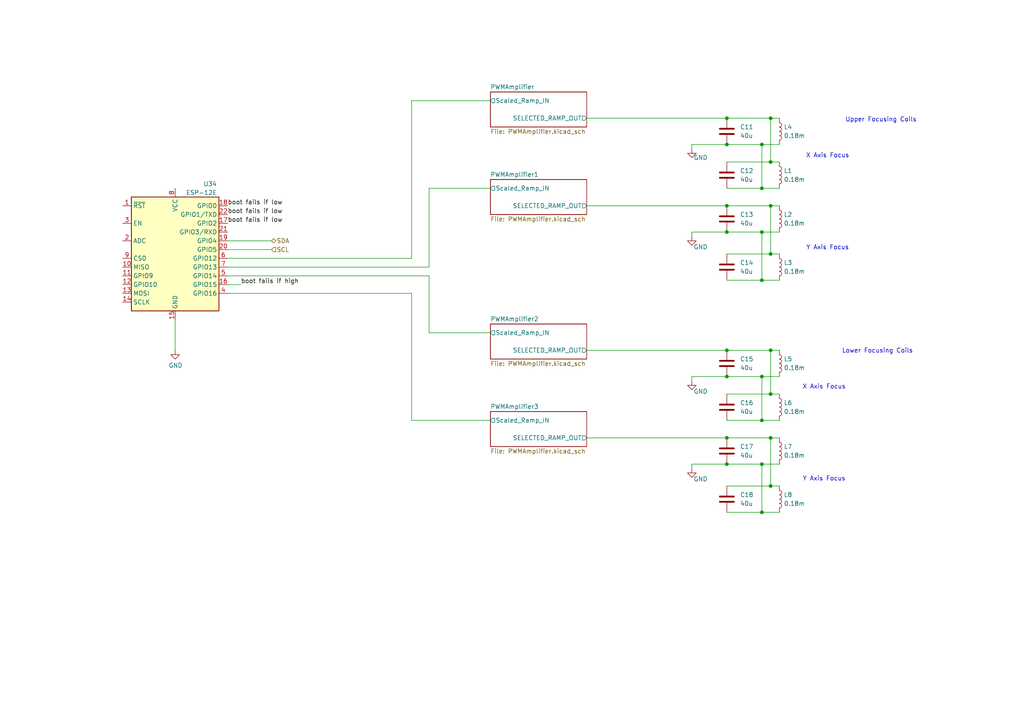
<source format=kicad_sch>
(kicad_sch (version 20231120) (generator "eeschema") (generator_version "8.0")
  (paper "A4")
  (lib_symbols
    (symbol "Device:C" (pin_numbers hide) (pin_names (offset 0.254))
      (property "Reference" "C" (at 0.635 2.54 0))
      (property "Value" "C" (at 0.635 -2.54 0))
      (symbol "C_0_1"
        (polyline (pts (xy -2.032 -0.762) (xy 2.032 -0.762)) (stroke (width 0.508)))
        (polyline (pts (xy -2.032 0.762) (xy 2.032 0.762)) (stroke (width 0.508)))
      )
      (symbol "C_1_1"
        (pin passive line (at 0 3.81 270) (length 2.794) (name "~") (number "1"))
        (pin passive line (at 0 -3.81 90) (length 2.794) (name "~") (number "2"))
      )
    )
    (symbol "Device:L" (pin_numbers hide) (pin_names (offset 1.016) hide)
      (property "Reference" "L" (at -1.27 0 90))
      (property "Value" "L" (at 1.905 0 90))
      (symbol "L_0_1"
        (arc (start 0 -2.54) (mid 0.6323 -1.905) (end 0 -1.27))
        (arc (start 0 -1.27) (mid 0.6323 -0.635) (end 0 0))
        (arc (start 0 0) (mid 0.6323 0.635) (end 0 1.27))
        (arc (start 0 1.27) (mid 0.6323 1.905) (end 0 2.54))
      )
      (symbol "L_1_1"
        (pin passive line (at 0 3.81 270) (length 1.27) (name "1") (number "1"))
        (pin passive line (at 0 -3.81 90) (length 1.27) (name "2") (number "2"))
      )
    )
    (symbol "RF_Module:ESP-12E"
      (property "Reference" "U" (at -12.7 19.05 0))
      (property "Value" "ESP-12E" (at 12.7 19.05 0))
      (symbol "ESP-12E_0_1"
        (rectangle (start -12.7 17.78) (end 12.7 -15.24) (stroke (width 0.254)) (fill (type background)))
      )
      (symbol "ESP-12E_1_1"
        (pin input line (at -15.24 15.24 0) (length 2.54) (name "~{RST}") (number "1"))
        (pin bidirectional line (at -15.24 -2.54 0) (length 2.54) (name "MISO") (number "10"))
        (pin bidirectional line (at -15.24 -5.08 0) (length 2.54) (name "GPIO9") (number "11"))
        (pin bidirectional line (at -15.24 -7.62 0) (length 2.54) (name "GPIO10") (number "12"))
        (pin bidirectional line (at -15.24 -10.16 0) (length 2.54) (name "MOSI") (number "13"))
        (pin bidirectional line (at -15.24 -12.7 0) (length 2.54) (name "SCLK") (number "14"))
        (pin power_in line (at 0 -17.78 90) (length 2.54) (name "GND") (number "15"))
        (pin bidirectional line (at 15.24 -7.62 180) (length 2.54) (name "GPIO15") (number "16"))
        (pin bidirectional line (at 15.24 10.16 180) (length 2.54) (name "GPIO2") (number "17"))
        (pin bidirectional line (at 15.24 15.24 180) (length 2.54) (name "GPIO0") (number "18"))
        (pin bidirectional line (at 15.24 5.08 180) (length 2.54) (name "GPIO4") (number "19"))
        (pin input line (at -15.24 5.08 0) (length 2.54) (name "ADC") (number "2"))
        (pin bidirectional line (at 15.24 2.54 180) (length 2.54) (name "GPIO5") (number "20"))
        (pin bidirectional line (at 15.24 7.62 180) (length 2.54) (name "GPIO3/RXD") (number "21"))
        (pin bidirectional line (at 15.24 12.7 180) (length 2.54) (name "GPIO1/TXD") (number "22"))
        (pin input line (at -15.24 10.16 0) (length 2.54) (name "EN") (number "3"))
        (pin bidirectional line (at 15.24 -10.16 180) (length 2.54) (name "GPIO16") (number "4"))
        (pin bidirectional line (at 15.24 -5.08 180) (length 2.54) (name "GPIO14") (number "5"))
        (pin bidirectional line (at 15.24 0 180) (length 2.54) (name "GPIO12") (number "6"))
        (pin bidirectional line (at 15.24 -2.54 180) (length 2.54) (name "GPIO13") (number "7"))
        (pin power_in line (at 0 20.32 270) (length 2.54) (name "VCC") (number "8"))
        (pin input line (at -15.24 0 0) (length 2.54) (name "CS0") (number "9"))
      )
    )
    (symbol "power:GND" (power) (pin_names (offset 0))
      (property "Value" "GND" (at 0 -3.81 0))
      (symbol "GND_0_1"
        (polyline (pts (xy 0 0) (xy 0 -1.27) (xy 1.27 -1.27) (xy 0 -2.54) (xy -1.27 -1.27) (xy 0 -1.27)))
      )
      (symbol "GND_1_1"
        (pin power_in line (at 0 0 270) (length 0) hide (name "GND") (number "1"))
      )
    )
  )
  (junction (at 220.98 109.22))
  (junction (at 210.82 67.31))
  (junction (at 220.98 67.31))
  (junction (at 220.98 41.91))
  (junction (at 220.98 81.28))
  (junction (at 210.82 34.29))
  (junction (at 210.82 109.22))
  (junction (at 220.98 134.62))
  (junction (at 223.52 140.97))
  (junction (at 220.98 54.61))
  (junction (at 223.52 59.69))
  (junction (at 210.82 101.6))
  (junction (at 223.52 73.66))
  (junction (at 223.52 46.99))
  (junction (at 210.82 59.69))
  (junction (at 223.52 114.3))
  (junction (at 210.82 134.62))
  (junction (at 223.52 101.6))
  (junction (at 223.52 34.29))
  (junction (at 220.98 148.59))
  (junction (at 223.52 127))
  (junction (at 210.82 41.91))
  (junction (at 210.82 127))
  (junction (at 220.98 121.92))
  (wire (pts (xy 210.82 140.97) (xy 223.52 140.97)))
  (wire (pts (xy 220.98 67.31) (xy 226.06 67.31)))
  (wire (pts (xy 170.18 101.6) (xy 210.82 101.6)))
  (wire (pts (xy 220.98 81.28) (xy 226.06 81.28)))
  (wire (pts (xy 170.18 127) (xy 210.82 127)))
  (wire (pts (xy 223.52 73.66) (xy 226.06 73.66)))
  (wire (pts (xy 124.46 80.01) (xy 66.04 80.01)))
  (wire (pts (xy 119.38 29.21) (xy 142.24 29.21)))
  (wire (pts (xy 50.8 92.71) (xy 50.8 101.6)))
  (wire (pts (xy 220.98 41.91) (xy 226.06 41.91)))
  (wire (pts (xy 170.18 59.69) (xy 210.82 59.69)))
  (wire (pts (xy 210.82 59.69) (xy 223.52 59.69)))
  (wire (pts (xy 220.98 54.61) (xy 226.06 54.61)))
  (wire (pts (xy 142.24 96.52) (xy 124.46 96.52)))
  (wire (pts (xy 200.66 67.31) (xy 200.66 68.58)))
  (wire (pts (xy 223.52 46.99) (xy 226.06 46.99)))
  (wire (pts (xy 210.82 34.29) (xy 223.52 34.29)))
  (wire (pts (xy 200.66 43.18) (xy 200.66 41.91)))
  (wire (pts (xy 223.52 114.3) (xy 226.06 114.3)))
  (wire (pts (xy 223.52 34.29) (xy 226.06 34.29)))
  (wire (pts (xy 170.18 34.29) (xy 210.82 34.29)))
  (wire (pts (xy 220.98 134.62) (xy 226.06 134.62)))
  (wire (pts (xy 124.46 96.52) (xy 124.46 80.01)))
  (wire (pts (xy 66.04 82.55) (xy 69.85 82.55)))
  (wire (pts (xy 200.66 109.22) (xy 200.66 110.49)))
  (wire (pts (xy 220.98 67.31) (xy 220.98 81.28)))
  (wire (pts (xy 220.98 109.22) (xy 220.98 121.92)))
  (wire (pts (xy 223.52 127) (xy 226.06 127)))
  (wire (pts (xy 124.46 54.61) (xy 124.46 77.47)))
  (wire (pts (xy 210.82 121.92) (xy 220.98 121.92)))
  (wire (pts (xy 220.98 148.59) (xy 226.06 148.59)))
  (wire (pts (xy 200.66 67.31) (xy 210.82 67.31)))
  (wire (pts (xy 223.52 34.29) (xy 223.52 46.99)))
  (wire (pts (xy 200.66 109.22) (xy 210.82 109.22)))
  (wire (pts (xy 223.52 59.69) (xy 223.52 73.66)))
  (wire (pts (xy 66.04 72.39) (xy 78.74 72.39)))
  (wire (pts (xy 210.82 67.31) (xy 220.98 67.31)))
  (wire (pts (xy 223.52 127) (xy 223.52 140.97)))
  (wire (pts (xy 220.98 41.91) (xy 220.98 54.61)))
  (wire (pts (xy 220.98 121.92) (xy 226.06 121.92)))
  (wire (pts (xy 223.52 140.97) (xy 226.06 140.97)))
  (wire (pts (xy 210.82 134.62) (xy 220.98 134.62)))
  (wire (pts (xy 223.52 101.6) (xy 223.52 114.3)))
  (wire (pts (xy 210.82 101.6) (xy 223.52 101.6)))
  (wire (pts (xy 66.04 74.93) (xy 119.38 74.93)))
  (wire (pts (xy 119.38 74.93) (xy 119.38 29.21)))
  (wire (pts (xy 223.52 101.6) (xy 226.06 101.6)))
  (wire (pts (xy 210.82 46.99) (xy 223.52 46.99)))
  (wire (pts (xy 66.04 69.85) (xy 78.74 69.85)))
  (wire (pts (xy 200.66 134.62) (xy 200.66 135.89)))
  (wire (pts (xy 119.38 85.09) (xy 66.04 85.09)))
  (wire (pts (xy 210.82 109.22) (xy 220.98 109.22)))
  (wire (pts (xy 210.82 81.28) (xy 220.98 81.28)))
  (wire (pts (xy 210.82 73.66) (xy 223.52 73.66)))
  (wire (pts (xy 210.82 54.61) (xy 220.98 54.61)))
  (wire (pts (xy 223.52 59.69) (xy 226.06 59.69)))
  (wire (pts (xy 142.24 54.61) (xy 124.46 54.61)))
  (wire (pts (xy 210.82 127) (xy 223.52 127)))
  (wire (pts (xy 210.82 148.59) (xy 220.98 148.59)))
  (wire (pts (xy 119.38 85.09) (xy 119.38 121.92)))
  (wire (pts (xy 210.82 41.91) (xy 220.98 41.91)))
  (wire (pts (xy 200.66 134.62) (xy 210.82 134.62)))
  (wire (pts (xy 220.98 109.22) (xy 226.06 109.22)))
  (wire (pts (xy 119.38 121.92) (xy 142.24 121.92)))
  (wire (pts (xy 210.82 114.3) (xy 223.52 114.3)))
  (wire (pts (xy 220.98 134.62) (xy 220.98 148.59)))
  (wire (pts (xy 200.66 41.91) (xy 210.82 41.91)))
  (wire (pts (xy 124.46 77.47) (xy 66.04 77.47)))
  (text "Y Axis Focus" (at 240.03 71.882 0) (effects (font (size 1.27 1.27))))
  (text "X Axis Focus" (at 239.014 112.268 0) (effects (font (size 1.27 1.27))))
  (text "X Axis Focus" (at 240.03 45.212 0) (effects (font (size 1.27 1.27))))
  (text "Y Axis Focus" (at 239.014 138.938 0) (effects (font (size 1.27 1.27))))
  (text "Upper Focusing Coils" (at 255.524 34.798 0) (effects (font (size 1.27 1.27))))
  (text "Lower Focusing Coils" (at 254.508 101.854 0) (effects (font (size 1.27 1.27))))
  (label "boot fails if low" (at 66.04 62.23 0))
  (label "boot fails if low" (at 66.04 59.69 0))
  (label "boot fails if low" (at 66.04 64.77 0))
  (label "boot fails if high" (at 69.85 82.55 0))
  (hierarchical_label "SDA" (shape bidirectional) (at 78.74 69.85 0))
  (hierarchical_label "SCL" (shape input) (at 78.74 72.39 0))
  (symbol (lib_id "power:GND") (at 200.66 110.49 0) (unit 1)
    (property "Reference" "#PWR0115" (effects (hide yes)))
    (property "Value" "GND" (at 203.2 113.538 0))
    (property "Sim.Device" "V" (effects (hide yes)))
    (property "Sim.Type" "DC" (effects (hide yes)))
    (property "Sim.Pins" "1=+" (effects (hide yes)))
    (property "Sim.Params" "dc=0" (effects (hide yes)))
  )
  (symbol (lib_id "Device:L") (at 226.06 144.78 0) (unit 1)
    (property "Reference" "L8" (at 227.33 143.5099 0) (effects (justify left)))
    (property "Value" "0.18m" (at 227.33 146.0499 0) (effects (justify left)))
    (property "Description" "Inductor" (effects (hide yes)))
  )
  (symbol (lib_id "Device:C") (at 210.82 144.78 0) (unit 1)
    (property "Reference" "C18" (at 214.63 143.5099 0) (effects (justify left)))
    (property "Value" "40u" (at 214.63 146.0499 0) (effects (justify left)))
    (property "Footprint" "Capacitor_SMD:C_1206_3216Metric" (effects (hide yes)))
    (property "Description" "Unpolarized capacitor" (effects (hide yes)))
  )
  (symbol (lib_id "Device:C") (at 210.82 50.8 0) (unit 1)
    (property "Reference" "C12" (at 214.63 49.5299 0) (effects (justify left)))
    (property "Value" "40u" (at 214.63 52.0699 0) (effects (justify left)))
    (property "Footprint" "Capacitor_SMD:C_1206_3216Metric" (effects (hide yes)))
    (property "Description" "Unpolarized capacitor" (effects (hide yes)))
  )
  (symbol (lib_id "Device:C") (at 210.82 118.11 0) (unit 1)
    (property "Reference" "C16" (at 214.63 116.8399 0) (effects (justify left)))
    (property "Value" "40u" (at 214.63 119.3799 0) (effects (justify left)))
    (property "Footprint" "Capacitor_SMD:C_1206_3216Metric" (effects (hide yes)))
    (property "Description" "Unpolarized capacitor" (effects (hide yes)))
  )
  (symbol (lib_id "Device:C") (at 210.82 105.41 0) (unit 1)
    (property "Reference" "C15" (at 214.63 104.1399 0) (effects (justify left)))
    (property "Value" "40u" (at 214.63 106.6799 0) (effects (justify left)))
    (property "Footprint" "Capacitor_SMD:C_1206_3216Metric" (effects (hide yes)))
    (property "Description" "Unpolarized capacitor" (effects (hide yes)))
  )
  (symbol (lib_id "Device:L") (at 226.06 50.8 0) (unit 1)
    (property "Reference" "L1" (at 227.33 49.5299 0) (effects (justify left)))
    (property "Value" "0.18m" (at 227.33 52.0699 0) (effects (justify left)))
    (property "Description" "Inductor" (effects (hide yes)))
  )
  (symbol (lib_id "Device:L") (at 226.06 118.11 0) (unit 1)
    (property "Reference" "L6" (at 227.33 116.8399 0) (effects (justify left)))
    (property "Value" "0.18m" (at 227.33 119.3799 0) (effects (justify left)))
    (property "Description" "Inductor" (effects (hide yes)))
  )
  (symbol (lib_id "RF_Module:ESP-12E") (at 50.8 74.93 0) (unit 1) (exclude_from_sim yes)
    (property "Reference" "U34" (at 60.96 53.34 0))
    (property "Value" "ESP-12E" (at 58.42 55.88 0))
    (property "Footprint" "RF_Module:ESP-12E" (effects (hide yes)))
    (property "Datasheet" "http://wiki.ai-thinker.com/_media/esp8266/esp8266_series_modules_user_manual_v1.1.pdf" (effects (hide yes)))
  )
  (symbol (lib_id "power:GND") (at 200.66 68.58 0) (unit 1)
    (property "Reference" "#PWR0114" (effects (hide yes)))
    (property "Value" "GND" (at 203.2 71.628 0))
    (property "Sim.Device" "V" (effects (hide yes)))
    (property "Sim.Type" "DC" (effects (hide yes)))
    (property "Sim.Pins" "1=+" (effects (hide yes)))
    (property "Sim.Params" "dc=0" (effects (hide yes)))
  )
  (symbol (lib_id "Device:C") (at 210.82 130.81 0) (unit 1)
    (property "Reference" "C17" (at 214.63 129.5399 0) (effects (justify left)))
    (property "Value" "40u" (at 214.63 132.0799 0) (effects (justify left)))
    (property "Footprint" "Capacitor_SMD:C_1206_3216Metric" (effects (hide yes)))
    (property "Description" "Unpolarized capacitor" (effects (hide yes)))
  )
  (symbol (lib_id "Device:L") (at 226.06 77.47 0) (unit 1)
    (property "Reference" "L3" (at 227.33 76.1999 0) (effects (justify left)))
    (property "Value" "0.18m" (at 227.33 78.7399 0) (effects (justify left)))
    (property "Description" "Inductor" (effects (hide yes)))
  )
  (symbol (lib_id "Device:L") (at 226.06 38.1 0) (unit 1)
    (property "Reference" "L4" (at 227.33 36.8299 0) (effects (justify left)))
    (property "Value" "0.18m" (at 227.33 39.3699 0) (effects (justify left)))
    (property "Description" "Inductor" (effects (hide yes)))
  )
  (symbol (lib_id "Device:C") (at 210.82 63.5 0) (unit 1)
    (property "Reference" "C13" (at 214.63 62.2299 0) (effects (justify left)))
    (property "Value" "40u" (at 214.63 64.7699 0) (effects (justify left)))
    (property "Footprint" "Capacitor_SMD:C_1206_3216Metric" (effects (hide yes)))
    (property "Description" "Unpolarized capacitor" (effects (hide yes)))
  )
  (symbol (lib_id "power:GND") (at 50.8 101.6 0) (unit 1)
    (property "Reference" "#PWR0209" (effects (hide yes)))
    (property "Value" "GND" (at 50.927 105.9942 0))
  )
  (symbol (lib_id "power:GND") (at 200.66 135.89 0) (unit 1)
    (property "Reference" "#PWR0116" (effects (hide yes)))
    (property "Value" "GND" (at 203.2 138.938 0))
    (property "Sim.Device" "V" (effects (hide yes)))
    (property "Sim.Type" "DC" (effects (hide yes)))
    (property "Sim.Pins" "1=+" (effects (hide yes)))
    (property "Sim.Params" "dc=0" (effects (hide yes)))
  )
  (symbol (lib_id "Device:L") (at 226.06 63.5 0) (unit 1)
    (property "Reference" "L2" (at 227.33 62.2299 0) (effects (justify left)))
    (property "Value" "0.18m" (at 227.33 64.7699 0) (effects (justify left)))
    (property "Description" "Inductor" (effects (hide yes)))
  )
  (symbol (lib_id "power:GND") (at 200.66 43.18 0) (unit 1)
    (property "Reference" "#PWR082" (effects (hide yes)))
    (property "Value" "GND" (at 203.2 45.72 0))
    (property "Sim.Device" "V" (effects (hide yes)))
    (property "Sim.Type" "DC" (effects (hide yes)))
    (property "Sim.Pins" "1=+" (effects (hide yes)))
    (property "Sim.Params" "dc=0" (effects (hide yes)))
  )
  (symbol (lib_id "Device:C") (at 210.82 38.1 0) (unit 1)
    (property "Reference" "C11" (at 214.63 36.8299 0) (effects (justify left)))
    (property "Value" "40u" (at 214.63 39.3699 0) (effects (justify left)))
    (property "Footprint" "Capacitor_SMD:C_1206_3216Metric" (effects (hide yes)))
    (property "Description" "Unpolarized capacitor" (effects (hide yes)))
  )
  (symbol (lib_id "Device:L") (at 226.06 105.41 0) (unit 1)
    (property "Reference" "L5" (at 227.33 104.1399 0) (effects (justify left)))
    (property "Value" "0.18m" (at 227.33 106.6799 0) (effects (justify left)))
    (property "Description" "Inductor" (effects (hide yes)))
  )
  (symbol (lib_id "Device:L") (at 226.06 130.81 0) (unit 1)
    (property "Reference" "L7" (at 227.33 129.5399 0) (effects (justify left)))
    (property "Value" "0.18m" (at 227.33 132.0799 0) (effects (justify left)))
    (property "Description" "Inductor" (effects (hide yes)))
  )
  (symbol (lib_id "Device:C") (at 210.82 77.47 0) (unit 1)
    (property "Reference" "C14" (at 214.63 76.1999 0) (effects (justify left)))
    (property "Value" "40u" (at 214.63 78.7399 0) (effects (justify left)))
    (property "Footprint" "Capacitor_SMD:C_1206_3216Metric" (effects (hide yes)))
    (property "Description" "Unpolarized capacitor" (effects (hide yes)))
  )
  (sheet (at 142.24 119.38) (size 27.94 10.16) (stroke (width 0.1524))
    (property "Sheetname" "PWMAmplifier3" (at 142.24 118.6684 0) (effects (justify left bottom)))
    (property "Sheetfile" "PWMAmplifier.kicad_sch" (at 142.24 130.1246 0) (effects (justify left top)))
    (pin "SELECTED_RAMP_OUT" output (at 170.18 127 0))
    (pin "Scaled_Ramp_IN" output (at 142.24 121.92 180))
  )
  (sheet (at 142.24 52.07) (size 27.94 10.16) (stroke (width 0.1524))
    (property "Sheetname" "PWMAmplifier1" (at 142.24 51.3584 0) (effects (justify left bottom)))
    (property "Sheetfile" "PWMAmplifier.kicad_sch" (at 142.24 62.8146 0) (effects (justify left top)))
    (pin "SELECTED_RAMP_OUT" output (at 170.18 59.69 0))
    (pin "Scaled_Ramp_IN" output (at 142.24 54.61 180))
  )
  (sheet (at 142.24 93.98) (size 27.94 10.16) (stroke (width 0.1524))
    (property "Sheetname" "PWMAmplifier2" (at 142.24 93.2684 0) (effects (justify left bottom)))
    (property "Sheetfile" "PWMAmplifier.kicad_sch" (at 142.24 104.7246 0) (effects (justify left top)))
    (pin "SELECTED_RAMP_OUT" output (at 170.18 101.6 0))
    (pin "Scaled_Ramp_IN" output (at 142.24 96.52 180))
  )
  (sheet (at 142.24 26.67) (size 27.94 10.16) (stroke (width 0.1524))
    (property "Sheetname" "PWMAmplifier" (at 142.24 25.9584 0) (effects (justify left bottom)))
    (property "Sheetfile" "PWMAmplifier.kicad_sch" (at 142.24 37.4146 0) (effects (justify left top)))
    (pin "SELECTED_RAMP_OUT" output (at 170.18 34.29 0))
    (pin "Scaled_Ramp_IN" output (at 142.24 29.21 180))
  )
)
</source>
